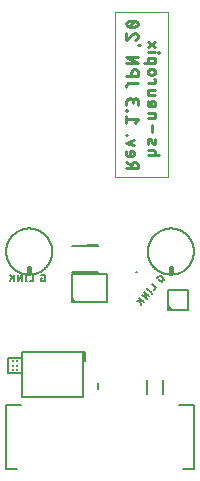
<source format=gbo>
G75*
%MOIN*%
%OFA0B0*%
%FSLAX25Y25*%
%IPPOS*%
%LPD*%
%AMOC8*
5,1,8,0,0,1.08239X$1,22.5*
%
%ADD10C,0.00787*%
%ADD11C,0.01575*%
%ADD12C,0.00600*%
%ADD13C,0.00900*%
%ADD14C,0.00394*%
%ADD15C,0.00500*%
%ADD16C,0.01197*%
D10*
X0166691Y0119457D02*
X0166693Y0119646D01*
X0166700Y0119834D01*
X0166712Y0120022D01*
X0166728Y0120210D01*
X0166749Y0120398D01*
X0166774Y0120585D01*
X0166804Y0120771D01*
X0166839Y0120957D01*
X0166878Y0121141D01*
X0166921Y0121325D01*
X0166969Y0121507D01*
X0167022Y0121688D01*
X0167079Y0121868D01*
X0167140Y0122047D01*
X0167206Y0122224D01*
X0167276Y0122399D01*
X0167350Y0122572D01*
X0167429Y0122744D01*
X0167512Y0122913D01*
X0167599Y0123081D01*
X0167690Y0123246D01*
X0167785Y0123409D01*
X0167884Y0123570D01*
X0167986Y0123728D01*
X0168093Y0123883D01*
X0168204Y0124036D01*
X0168318Y0124186D01*
X0168436Y0124334D01*
X0168557Y0124478D01*
X0168682Y0124619D01*
X0168811Y0124757D01*
X0168942Y0124893D01*
X0169078Y0125024D01*
X0169216Y0125153D01*
X0169357Y0125278D01*
X0169501Y0125399D01*
X0169649Y0125517D01*
X0169799Y0125631D01*
X0169952Y0125742D01*
X0170107Y0125849D01*
X0170265Y0125951D01*
X0170426Y0126050D01*
X0170589Y0126145D01*
X0170754Y0126236D01*
X0170922Y0126323D01*
X0171091Y0126406D01*
X0171263Y0126485D01*
X0171436Y0126559D01*
X0171611Y0126629D01*
X0171788Y0126695D01*
X0171967Y0126756D01*
X0172147Y0126813D01*
X0172328Y0126866D01*
X0172510Y0126914D01*
X0172694Y0126957D01*
X0172878Y0126996D01*
X0173064Y0127031D01*
X0173250Y0127061D01*
X0173437Y0127086D01*
X0173625Y0127107D01*
X0173813Y0127123D01*
X0174001Y0127135D01*
X0174189Y0127142D01*
X0174378Y0127144D01*
X0174567Y0127142D01*
X0174755Y0127135D01*
X0174943Y0127123D01*
X0175131Y0127107D01*
X0175319Y0127086D01*
X0175506Y0127061D01*
X0175692Y0127031D01*
X0175878Y0126996D01*
X0176062Y0126957D01*
X0176246Y0126914D01*
X0176428Y0126866D01*
X0176609Y0126813D01*
X0176789Y0126756D01*
X0176968Y0126695D01*
X0177145Y0126629D01*
X0177320Y0126559D01*
X0177493Y0126485D01*
X0177665Y0126406D01*
X0177834Y0126323D01*
X0178002Y0126236D01*
X0178167Y0126145D01*
X0178330Y0126050D01*
X0178491Y0125951D01*
X0178649Y0125849D01*
X0178804Y0125742D01*
X0178957Y0125631D01*
X0179107Y0125517D01*
X0179255Y0125399D01*
X0179399Y0125278D01*
X0179540Y0125153D01*
X0179678Y0125024D01*
X0179814Y0124893D01*
X0179945Y0124757D01*
X0180074Y0124619D01*
X0180199Y0124478D01*
X0180320Y0124334D01*
X0180438Y0124186D01*
X0180552Y0124036D01*
X0180663Y0123883D01*
X0180770Y0123728D01*
X0180872Y0123570D01*
X0180971Y0123409D01*
X0181066Y0123246D01*
X0181157Y0123081D01*
X0181244Y0122913D01*
X0181327Y0122744D01*
X0181406Y0122572D01*
X0181480Y0122399D01*
X0181550Y0122224D01*
X0181616Y0122047D01*
X0181677Y0121868D01*
X0181734Y0121688D01*
X0181787Y0121507D01*
X0181835Y0121325D01*
X0181878Y0121141D01*
X0181917Y0120957D01*
X0181952Y0120771D01*
X0181982Y0120585D01*
X0182007Y0120398D01*
X0182028Y0120210D01*
X0182044Y0120022D01*
X0182056Y0119834D01*
X0182063Y0119646D01*
X0182065Y0119457D01*
X0182063Y0119268D01*
X0182056Y0119080D01*
X0182044Y0118892D01*
X0182028Y0118704D01*
X0182007Y0118516D01*
X0181982Y0118329D01*
X0181952Y0118143D01*
X0181917Y0117957D01*
X0181878Y0117773D01*
X0181835Y0117589D01*
X0181787Y0117407D01*
X0181734Y0117226D01*
X0181677Y0117046D01*
X0181616Y0116867D01*
X0181550Y0116690D01*
X0181480Y0116515D01*
X0181406Y0116342D01*
X0181327Y0116170D01*
X0181244Y0116001D01*
X0181157Y0115833D01*
X0181066Y0115668D01*
X0180971Y0115505D01*
X0180872Y0115344D01*
X0180770Y0115186D01*
X0180663Y0115031D01*
X0180552Y0114878D01*
X0180438Y0114728D01*
X0180320Y0114580D01*
X0180199Y0114436D01*
X0180074Y0114295D01*
X0179945Y0114157D01*
X0179814Y0114021D01*
X0179678Y0113890D01*
X0179540Y0113761D01*
X0179399Y0113636D01*
X0179255Y0113515D01*
X0179107Y0113397D01*
X0178957Y0113283D01*
X0178804Y0113172D01*
X0178649Y0113065D01*
X0178491Y0112963D01*
X0178330Y0112864D01*
X0178167Y0112769D01*
X0178002Y0112678D01*
X0177834Y0112591D01*
X0177665Y0112508D01*
X0177493Y0112429D01*
X0177320Y0112355D01*
X0177145Y0112285D01*
X0176968Y0112219D01*
X0176789Y0112158D01*
X0176609Y0112101D01*
X0176428Y0112048D01*
X0176246Y0112000D01*
X0176062Y0111957D01*
X0175878Y0111918D01*
X0175692Y0111883D01*
X0175506Y0111853D01*
X0175319Y0111828D01*
X0175131Y0111807D01*
X0174943Y0111791D01*
X0174755Y0111779D01*
X0174567Y0111772D01*
X0174378Y0111770D01*
X0174189Y0111772D01*
X0174001Y0111779D01*
X0173813Y0111791D01*
X0173625Y0111807D01*
X0173437Y0111828D01*
X0173250Y0111853D01*
X0173064Y0111883D01*
X0172878Y0111918D01*
X0172694Y0111957D01*
X0172510Y0112000D01*
X0172328Y0112048D01*
X0172147Y0112101D01*
X0171967Y0112158D01*
X0171788Y0112219D01*
X0171611Y0112285D01*
X0171436Y0112355D01*
X0171263Y0112429D01*
X0171091Y0112508D01*
X0170922Y0112591D01*
X0170754Y0112678D01*
X0170589Y0112769D01*
X0170426Y0112864D01*
X0170265Y0112963D01*
X0170107Y0113065D01*
X0169952Y0113172D01*
X0169799Y0113283D01*
X0169649Y0113397D01*
X0169501Y0113515D01*
X0169357Y0113636D01*
X0169216Y0113761D01*
X0169078Y0113890D01*
X0168942Y0114021D01*
X0168811Y0114157D01*
X0168682Y0114295D01*
X0168557Y0114436D01*
X0168436Y0114580D01*
X0168318Y0114728D01*
X0168204Y0114878D01*
X0168093Y0115031D01*
X0167986Y0115186D01*
X0167884Y0115344D01*
X0167785Y0115505D01*
X0167690Y0115668D01*
X0167599Y0115833D01*
X0167512Y0116001D01*
X0167429Y0116170D01*
X0167350Y0116342D01*
X0167276Y0116515D01*
X0167206Y0116690D01*
X0167140Y0116867D01*
X0167079Y0117046D01*
X0167022Y0117226D01*
X0166969Y0117407D01*
X0166921Y0117589D01*
X0166878Y0117773D01*
X0166839Y0117957D01*
X0166804Y0118143D01*
X0166774Y0118329D01*
X0166749Y0118516D01*
X0166728Y0118704D01*
X0166712Y0118892D01*
X0166700Y0119080D01*
X0166693Y0119268D01*
X0166691Y0119457D01*
X0213935Y0119457D02*
X0213937Y0119646D01*
X0213944Y0119834D01*
X0213956Y0120022D01*
X0213972Y0120210D01*
X0213993Y0120398D01*
X0214018Y0120585D01*
X0214048Y0120771D01*
X0214083Y0120957D01*
X0214122Y0121141D01*
X0214165Y0121325D01*
X0214213Y0121507D01*
X0214266Y0121688D01*
X0214323Y0121868D01*
X0214384Y0122047D01*
X0214450Y0122224D01*
X0214520Y0122399D01*
X0214594Y0122572D01*
X0214673Y0122744D01*
X0214756Y0122913D01*
X0214843Y0123081D01*
X0214934Y0123246D01*
X0215029Y0123409D01*
X0215128Y0123570D01*
X0215230Y0123728D01*
X0215337Y0123883D01*
X0215448Y0124036D01*
X0215562Y0124186D01*
X0215680Y0124334D01*
X0215801Y0124478D01*
X0215926Y0124619D01*
X0216055Y0124757D01*
X0216186Y0124893D01*
X0216322Y0125024D01*
X0216460Y0125153D01*
X0216601Y0125278D01*
X0216745Y0125399D01*
X0216893Y0125517D01*
X0217043Y0125631D01*
X0217196Y0125742D01*
X0217351Y0125849D01*
X0217509Y0125951D01*
X0217670Y0126050D01*
X0217833Y0126145D01*
X0217998Y0126236D01*
X0218166Y0126323D01*
X0218335Y0126406D01*
X0218507Y0126485D01*
X0218680Y0126559D01*
X0218855Y0126629D01*
X0219032Y0126695D01*
X0219211Y0126756D01*
X0219391Y0126813D01*
X0219572Y0126866D01*
X0219754Y0126914D01*
X0219938Y0126957D01*
X0220122Y0126996D01*
X0220308Y0127031D01*
X0220494Y0127061D01*
X0220681Y0127086D01*
X0220869Y0127107D01*
X0221057Y0127123D01*
X0221245Y0127135D01*
X0221433Y0127142D01*
X0221622Y0127144D01*
X0221811Y0127142D01*
X0221999Y0127135D01*
X0222187Y0127123D01*
X0222375Y0127107D01*
X0222563Y0127086D01*
X0222750Y0127061D01*
X0222936Y0127031D01*
X0223122Y0126996D01*
X0223306Y0126957D01*
X0223490Y0126914D01*
X0223672Y0126866D01*
X0223853Y0126813D01*
X0224033Y0126756D01*
X0224212Y0126695D01*
X0224389Y0126629D01*
X0224564Y0126559D01*
X0224737Y0126485D01*
X0224909Y0126406D01*
X0225078Y0126323D01*
X0225246Y0126236D01*
X0225411Y0126145D01*
X0225574Y0126050D01*
X0225735Y0125951D01*
X0225893Y0125849D01*
X0226048Y0125742D01*
X0226201Y0125631D01*
X0226351Y0125517D01*
X0226499Y0125399D01*
X0226643Y0125278D01*
X0226784Y0125153D01*
X0226922Y0125024D01*
X0227058Y0124893D01*
X0227189Y0124757D01*
X0227318Y0124619D01*
X0227443Y0124478D01*
X0227564Y0124334D01*
X0227682Y0124186D01*
X0227796Y0124036D01*
X0227907Y0123883D01*
X0228014Y0123728D01*
X0228116Y0123570D01*
X0228215Y0123409D01*
X0228310Y0123246D01*
X0228401Y0123081D01*
X0228488Y0122913D01*
X0228571Y0122744D01*
X0228650Y0122572D01*
X0228724Y0122399D01*
X0228794Y0122224D01*
X0228860Y0122047D01*
X0228921Y0121868D01*
X0228978Y0121688D01*
X0229031Y0121507D01*
X0229079Y0121325D01*
X0229122Y0121141D01*
X0229161Y0120957D01*
X0229196Y0120771D01*
X0229226Y0120585D01*
X0229251Y0120398D01*
X0229272Y0120210D01*
X0229288Y0120022D01*
X0229300Y0119834D01*
X0229307Y0119646D01*
X0229309Y0119457D01*
X0229307Y0119268D01*
X0229300Y0119080D01*
X0229288Y0118892D01*
X0229272Y0118704D01*
X0229251Y0118516D01*
X0229226Y0118329D01*
X0229196Y0118143D01*
X0229161Y0117957D01*
X0229122Y0117773D01*
X0229079Y0117589D01*
X0229031Y0117407D01*
X0228978Y0117226D01*
X0228921Y0117046D01*
X0228860Y0116867D01*
X0228794Y0116690D01*
X0228724Y0116515D01*
X0228650Y0116342D01*
X0228571Y0116170D01*
X0228488Y0116001D01*
X0228401Y0115833D01*
X0228310Y0115668D01*
X0228215Y0115505D01*
X0228116Y0115344D01*
X0228014Y0115186D01*
X0227907Y0115031D01*
X0227796Y0114878D01*
X0227682Y0114728D01*
X0227564Y0114580D01*
X0227443Y0114436D01*
X0227318Y0114295D01*
X0227189Y0114157D01*
X0227058Y0114021D01*
X0226922Y0113890D01*
X0226784Y0113761D01*
X0226643Y0113636D01*
X0226499Y0113515D01*
X0226351Y0113397D01*
X0226201Y0113283D01*
X0226048Y0113172D01*
X0225893Y0113065D01*
X0225735Y0112963D01*
X0225574Y0112864D01*
X0225411Y0112769D01*
X0225246Y0112678D01*
X0225078Y0112591D01*
X0224909Y0112508D01*
X0224737Y0112429D01*
X0224564Y0112355D01*
X0224389Y0112285D01*
X0224212Y0112219D01*
X0224033Y0112158D01*
X0223853Y0112101D01*
X0223672Y0112048D01*
X0223490Y0112000D01*
X0223306Y0111957D01*
X0223122Y0111918D01*
X0222936Y0111883D01*
X0222750Y0111853D01*
X0222563Y0111828D01*
X0222375Y0111807D01*
X0222187Y0111791D01*
X0221999Y0111779D01*
X0221811Y0111772D01*
X0221622Y0111770D01*
X0221433Y0111772D01*
X0221245Y0111779D01*
X0221057Y0111791D01*
X0220869Y0111807D01*
X0220681Y0111828D01*
X0220494Y0111853D01*
X0220308Y0111883D01*
X0220122Y0111918D01*
X0219938Y0111957D01*
X0219754Y0112000D01*
X0219572Y0112048D01*
X0219391Y0112101D01*
X0219211Y0112158D01*
X0219032Y0112219D01*
X0218855Y0112285D01*
X0218680Y0112355D01*
X0218507Y0112429D01*
X0218335Y0112508D01*
X0218166Y0112591D01*
X0217998Y0112678D01*
X0217833Y0112769D01*
X0217670Y0112864D01*
X0217509Y0112963D01*
X0217351Y0113065D01*
X0217196Y0113172D01*
X0217043Y0113283D01*
X0216893Y0113397D01*
X0216745Y0113515D01*
X0216601Y0113636D01*
X0216460Y0113761D01*
X0216322Y0113890D01*
X0216186Y0114021D01*
X0216055Y0114157D01*
X0215926Y0114295D01*
X0215801Y0114436D01*
X0215680Y0114580D01*
X0215562Y0114728D01*
X0215448Y0114878D01*
X0215337Y0115031D01*
X0215230Y0115186D01*
X0215128Y0115344D01*
X0215029Y0115505D01*
X0214934Y0115668D01*
X0214843Y0115833D01*
X0214756Y0116001D01*
X0214673Y0116170D01*
X0214594Y0116342D01*
X0214520Y0116515D01*
X0214450Y0116690D01*
X0214384Y0116867D01*
X0214323Y0117046D01*
X0214266Y0117226D01*
X0214213Y0117407D01*
X0214165Y0117589D01*
X0214122Y0117773D01*
X0214083Y0117957D01*
X0214048Y0118143D01*
X0214018Y0118329D01*
X0213993Y0118516D01*
X0213972Y0118704D01*
X0213956Y0118892D01*
X0213944Y0119080D01*
X0213937Y0119268D01*
X0213935Y0119457D01*
D11*
X0221622Y0113945D02*
X0221622Y0112370D01*
X0174378Y0112370D02*
X0174378Y0113945D01*
D12*
X0173727Y0111677D02*
X0173248Y0111677D01*
X0173487Y0111677D02*
X0173487Y0109521D01*
X0173248Y0109521D02*
X0173727Y0109521D01*
X0174690Y0109521D02*
X0175648Y0109521D01*
X0175648Y0111677D01*
X0178428Y0111677D02*
X0179146Y0111677D01*
X0179188Y0111675D01*
X0179229Y0111670D01*
X0179270Y0111661D01*
X0179310Y0111648D01*
X0179348Y0111632D01*
X0179386Y0111613D01*
X0179421Y0111590D01*
X0179454Y0111565D01*
X0179485Y0111537D01*
X0179513Y0111506D01*
X0179538Y0111473D01*
X0179561Y0111438D01*
X0179580Y0111400D01*
X0179596Y0111362D01*
X0179609Y0111322D01*
X0179618Y0111281D01*
X0179623Y0111240D01*
X0179625Y0111198D01*
X0179626Y0111198D02*
X0179626Y0110000D01*
X0179625Y0110000D02*
X0179623Y0109958D01*
X0179618Y0109917D01*
X0179609Y0109876D01*
X0179596Y0109836D01*
X0179580Y0109798D01*
X0179561Y0109761D01*
X0179538Y0109725D01*
X0179513Y0109692D01*
X0179485Y0109661D01*
X0179454Y0109633D01*
X0179421Y0109608D01*
X0179386Y0109585D01*
X0179348Y0109566D01*
X0179310Y0109550D01*
X0179270Y0109537D01*
X0179229Y0109528D01*
X0179188Y0109523D01*
X0179146Y0109521D01*
X0178428Y0109521D01*
X0178428Y0110719D01*
X0178787Y0110719D01*
X0172019Y0111677D02*
X0170822Y0109521D01*
X0170822Y0111677D01*
X0172019Y0111677D02*
X0172019Y0109521D01*
X0169305Y0109521D02*
X0169305Y0111677D01*
X0168826Y0110838D02*
X0168108Y0109521D01*
X0169305Y0110359D02*
X0168108Y0111677D01*
X0210169Y0103008D02*
X0211950Y0103023D01*
X0211273Y0102985D02*
X0211777Y0101571D01*
X0212575Y0102464D02*
X0210968Y0103901D01*
X0211978Y0105032D02*
X0213585Y0103595D01*
X0212777Y0105924D01*
X0214384Y0104487D01*
X0215203Y0105403D02*
X0215522Y0105760D01*
X0215362Y0105582D02*
X0213755Y0107019D01*
X0213915Y0107197D02*
X0213595Y0106840D01*
X0215195Y0108630D02*
X0216802Y0107193D01*
X0216164Y0106478D01*
X0218655Y0109265D02*
X0217762Y0110063D01*
X0218002Y0110331D01*
X0218203Y0111275D02*
X0218171Y0111302D01*
X0218136Y0111325D01*
X0218100Y0111346D01*
X0218062Y0111363D01*
X0218022Y0111377D01*
X0217982Y0111387D01*
X0217941Y0111394D01*
X0217899Y0111397D01*
X0217857Y0111396D01*
X0217816Y0111392D01*
X0217775Y0111384D01*
X0217734Y0111373D01*
X0217695Y0111358D01*
X0217658Y0111340D01*
X0217622Y0111319D01*
X0217588Y0111294D01*
X0217556Y0111267D01*
X0217527Y0111237D01*
X0217527Y0111238D02*
X0217048Y0110702D01*
X0218204Y0111275D02*
X0219096Y0110477D01*
X0219126Y0110448D01*
X0219153Y0110416D01*
X0219178Y0110382D01*
X0219199Y0110346D01*
X0219217Y0110309D01*
X0219232Y0110270D01*
X0219243Y0110229D01*
X0219251Y0110188D01*
X0219255Y0110147D01*
X0219256Y0110105D01*
X0219253Y0110063D01*
X0219246Y0110022D01*
X0219236Y0109982D01*
X0219222Y0109942D01*
X0219205Y0109904D01*
X0219184Y0109868D01*
X0219161Y0109833D01*
X0219134Y0109801D01*
X0218655Y0109265D01*
D13*
X0210621Y0147142D02*
X0206797Y0147142D01*
X0208497Y0147142D02*
X0208497Y0148205D01*
X0208497Y0148417D02*
X0206797Y0149267D01*
X0207434Y0151277D02*
X0208497Y0151277D01*
X0208072Y0151277D02*
X0208072Y0152977D01*
X0208497Y0152977D01*
X0208554Y0152975D01*
X0208610Y0152969D01*
X0208666Y0152960D01*
X0208722Y0152947D01*
X0208776Y0152930D01*
X0208829Y0152910D01*
X0208880Y0152886D01*
X0208930Y0152858D01*
X0208978Y0152828D01*
X0209024Y0152794D01*
X0209067Y0152757D01*
X0209108Y0152718D01*
X0209146Y0152676D01*
X0209181Y0152631D01*
X0209213Y0152584D01*
X0209242Y0152535D01*
X0209268Y0152485D01*
X0209290Y0152432D01*
X0209309Y0152379D01*
X0209324Y0152324D01*
X0209335Y0152268D01*
X0209343Y0152212D01*
X0209347Y0152155D01*
X0209347Y0152099D01*
X0209343Y0152042D01*
X0209335Y0151986D01*
X0209324Y0151930D01*
X0209309Y0151875D01*
X0209290Y0151822D01*
X0209268Y0151769D01*
X0209242Y0151719D01*
X0209213Y0151670D01*
X0209181Y0151623D01*
X0209146Y0151578D01*
X0209108Y0151536D01*
X0209067Y0151497D01*
X0209024Y0151460D01*
X0208978Y0151426D01*
X0208930Y0151396D01*
X0208880Y0151368D01*
X0208829Y0151344D01*
X0208776Y0151324D01*
X0208722Y0151307D01*
X0208666Y0151294D01*
X0208610Y0151285D01*
X0208554Y0151279D01*
X0208497Y0151277D01*
X0207434Y0151277D02*
X0207386Y0151279D01*
X0207339Y0151284D01*
X0207292Y0151293D01*
X0207246Y0151305D01*
X0207201Y0151321D01*
X0207158Y0151340D01*
X0207116Y0151362D01*
X0207075Y0151388D01*
X0207037Y0151416D01*
X0207001Y0151447D01*
X0206967Y0151481D01*
X0206936Y0151517D01*
X0206908Y0151555D01*
X0206882Y0151596D01*
X0206860Y0151638D01*
X0206841Y0151681D01*
X0206825Y0151726D01*
X0206813Y0151772D01*
X0206804Y0151819D01*
X0206799Y0151866D01*
X0206797Y0151914D01*
X0206797Y0152977D01*
X0206797Y0155670D02*
X0209346Y0156520D01*
X0209346Y0154820D02*
X0206797Y0155670D01*
X0206797Y0158115D02*
X0206797Y0158328D01*
X0207009Y0158328D01*
X0207009Y0158115D01*
X0206797Y0158115D01*
X0206797Y0162403D02*
X0206797Y0164528D01*
X0206797Y0163465D02*
X0210621Y0163465D01*
X0209771Y0162403D01*
X0207009Y0166336D02*
X0207009Y0166548D01*
X0206797Y0166548D01*
X0206797Y0166336D01*
X0207009Y0166336D01*
X0206797Y0168356D02*
X0206797Y0169418D01*
X0206799Y0169482D01*
X0206805Y0169546D01*
X0206814Y0169609D01*
X0206828Y0169672D01*
X0206845Y0169734D01*
X0206866Y0169795D01*
X0206891Y0169854D01*
X0206919Y0169912D01*
X0206950Y0169967D01*
X0206985Y0170021D01*
X0207023Y0170073D01*
X0207064Y0170122D01*
X0207108Y0170169D01*
X0207155Y0170213D01*
X0207204Y0170254D01*
X0207256Y0170292D01*
X0207310Y0170327D01*
X0207365Y0170358D01*
X0207423Y0170386D01*
X0207482Y0170411D01*
X0207543Y0170432D01*
X0207605Y0170449D01*
X0207668Y0170463D01*
X0207731Y0170472D01*
X0207795Y0170478D01*
X0207859Y0170480D01*
X0207923Y0170478D01*
X0207987Y0170472D01*
X0208050Y0170463D01*
X0208113Y0170449D01*
X0208175Y0170432D01*
X0208236Y0170411D01*
X0208295Y0170386D01*
X0208353Y0170358D01*
X0208408Y0170327D01*
X0208462Y0170292D01*
X0208514Y0170254D01*
X0208563Y0170213D01*
X0208610Y0170169D01*
X0208654Y0170122D01*
X0208695Y0170073D01*
X0208733Y0170021D01*
X0208768Y0169967D01*
X0208799Y0169912D01*
X0208827Y0169854D01*
X0208852Y0169795D01*
X0208873Y0169734D01*
X0208890Y0169672D01*
X0208904Y0169609D01*
X0208913Y0169546D01*
X0208919Y0169482D01*
X0208921Y0169418D01*
X0208922Y0169631D02*
X0208922Y0168781D01*
X0208921Y0169631D02*
X0208923Y0169688D01*
X0208929Y0169744D01*
X0208938Y0169800D01*
X0208951Y0169856D01*
X0208968Y0169910D01*
X0208988Y0169963D01*
X0209012Y0170014D01*
X0209040Y0170064D01*
X0209070Y0170112D01*
X0209104Y0170158D01*
X0209141Y0170201D01*
X0209180Y0170242D01*
X0209222Y0170280D01*
X0209267Y0170315D01*
X0209314Y0170347D01*
X0209363Y0170376D01*
X0209413Y0170402D01*
X0209466Y0170424D01*
X0209519Y0170443D01*
X0209574Y0170458D01*
X0209630Y0170469D01*
X0209686Y0170477D01*
X0209743Y0170481D01*
X0209799Y0170481D01*
X0209856Y0170477D01*
X0209912Y0170469D01*
X0209968Y0170458D01*
X0210023Y0170443D01*
X0210076Y0170424D01*
X0210129Y0170402D01*
X0210179Y0170376D01*
X0210228Y0170347D01*
X0210275Y0170315D01*
X0210320Y0170280D01*
X0210362Y0170242D01*
X0210401Y0170201D01*
X0210438Y0170158D01*
X0210472Y0170112D01*
X0210502Y0170064D01*
X0210530Y0170014D01*
X0210554Y0169963D01*
X0210574Y0169910D01*
X0210591Y0169856D01*
X0210604Y0169800D01*
X0210613Y0169744D01*
X0210619Y0169688D01*
X0210621Y0169631D01*
X0210621Y0168356D01*
X0213883Y0168449D02*
X0213883Y0169512D01*
X0213884Y0168449D02*
X0213886Y0168401D01*
X0213891Y0168354D01*
X0213900Y0168307D01*
X0213912Y0168261D01*
X0213928Y0168216D01*
X0213947Y0168173D01*
X0213969Y0168131D01*
X0213995Y0168090D01*
X0214023Y0168052D01*
X0214054Y0168016D01*
X0214088Y0167982D01*
X0214124Y0167951D01*
X0214162Y0167923D01*
X0214203Y0167897D01*
X0214245Y0167875D01*
X0214288Y0167856D01*
X0214333Y0167840D01*
X0214379Y0167828D01*
X0214426Y0167819D01*
X0214473Y0167814D01*
X0214521Y0167812D01*
X0215583Y0167812D01*
X0215158Y0167812D02*
X0215158Y0169512D01*
X0215583Y0169512D01*
X0215640Y0169510D01*
X0215696Y0169504D01*
X0215752Y0169495D01*
X0215808Y0169482D01*
X0215862Y0169465D01*
X0215915Y0169445D01*
X0215966Y0169421D01*
X0216016Y0169393D01*
X0216064Y0169363D01*
X0216110Y0169329D01*
X0216153Y0169292D01*
X0216194Y0169253D01*
X0216232Y0169211D01*
X0216267Y0169166D01*
X0216299Y0169119D01*
X0216328Y0169070D01*
X0216354Y0169020D01*
X0216376Y0168967D01*
X0216395Y0168914D01*
X0216410Y0168859D01*
X0216421Y0168803D01*
X0216429Y0168747D01*
X0216433Y0168690D01*
X0216433Y0168634D01*
X0216429Y0168577D01*
X0216421Y0168521D01*
X0216410Y0168465D01*
X0216395Y0168410D01*
X0216376Y0168357D01*
X0216354Y0168304D01*
X0216328Y0168254D01*
X0216299Y0168205D01*
X0216267Y0168158D01*
X0216232Y0168113D01*
X0216194Y0168071D01*
X0216153Y0168032D01*
X0216110Y0167995D01*
X0216064Y0167961D01*
X0216016Y0167931D01*
X0215966Y0167903D01*
X0215915Y0167879D01*
X0215862Y0167859D01*
X0215808Y0167842D01*
X0215752Y0167829D01*
X0215696Y0167820D01*
X0215640Y0167814D01*
X0215583Y0167812D01*
X0215796Y0165685D02*
X0213883Y0165685D01*
X0213883Y0163985D02*
X0216433Y0163985D01*
X0216433Y0165048D01*
X0216431Y0165096D01*
X0216426Y0165143D01*
X0216417Y0165190D01*
X0216405Y0165236D01*
X0216389Y0165281D01*
X0216370Y0165324D01*
X0216348Y0165367D01*
X0216322Y0165407D01*
X0216294Y0165445D01*
X0216263Y0165481D01*
X0216229Y0165515D01*
X0216193Y0165546D01*
X0216155Y0165574D01*
X0216115Y0165600D01*
X0216072Y0165622D01*
X0216029Y0165641D01*
X0215984Y0165657D01*
X0215938Y0165669D01*
X0215891Y0165678D01*
X0215844Y0165683D01*
X0215796Y0165685D01*
X0215371Y0161716D02*
X0215371Y0159167D01*
X0214946Y0156721D02*
X0215371Y0155658D01*
X0215370Y0155658D02*
X0215389Y0155616D01*
X0215412Y0155576D01*
X0215438Y0155537D01*
X0215467Y0155501D01*
X0215499Y0155467D01*
X0215533Y0155437D01*
X0215570Y0155409D01*
X0215609Y0155384D01*
X0215651Y0155363D01*
X0215693Y0155345D01*
X0215738Y0155331D01*
X0215783Y0155321D01*
X0215829Y0155315D01*
X0215875Y0155312D01*
X0215921Y0155313D01*
X0215967Y0155319D01*
X0216013Y0155328D01*
X0216057Y0155341D01*
X0216100Y0155357D01*
X0216142Y0155377D01*
X0216182Y0155401D01*
X0216220Y0155428D01*
X0216255Y0155458D01*
X0216288Y0155490D01*
X0216318Y0155526D01*
X0216345Y0155564D01*
X0216368Y0155604D01*
X0216388Y0155645D01*
X0216405Y0155689D01*
X0216417Y0155733D01*
X0216426Y0155779D01*
X0216432Y0155825D01*
X0216433Y0155871D01*
X0214096Y0155340D02*
X0214057Y0155453D01*
X0214023Y0155567D01*
X0213992Y0155682D01*
X0213964Y0155798D01*
X0213941Y0155915D01*
X0213922Y0156033D01*
X0213906Y0156152D01*
X0213895Y0156270D01*
X0213887Y0156389D01*
X0213883Y0156509D01*
X0213883Y0156508D02*
X0213884Y0156554D01*
X0213890Y0156600D01*
X0213899Y0156646D01*
X0213911Y0156690D01*
X0213928Y0156734D01*
X0213948Y0156775D01*
X0213971Y0156815D01*
X0213998Y0156853D01*
X0214028Y0156889D01*
X0214061Y0156921D01*
X0214096Y0156951D01*
X0214134Y0156978D01*
X0214174Y0157002D01*
X0214216Y0157022D01*
X0214259Y0157038D01*
X0214303Y0157051D01*
X0214349Y0157060D01*
X0214395Y0157066D01*
X0214441Y0157067D01*
X0214487Y0157064D01*
X0214533Y0157058D01*
X0214578Y0157048D01*
X0214623Y0157034D01*
X0214665Y0157016D01*
X0214707Y0156995D01*
X0214746Y0156970D01*
X0214783Y0156942D01*
X0214817Y0156912D01*
X0214849Y0156878D01*
X0214878Y0156842D01*
X0214904Y0156803D01*
X0214927Y0156763D01*
X0214946Y0156721D01*
X0216221Y0156827D02*
X0216257Y0156744D01*
X0216289Y0156661D01*
X0216318Y0156576D01*
X0216344Y0156490D01*
X0216366Y0156403D01*
X0216386Y0156316D01*
X0216402Y0156227D01*
X0216415Y0156139D01*
X0216425Y0156050D01*
X0216431Y0155960D01*
X0216434Y0155870D01*
X0215796Y0153212D02*
X0213883Y0153212D01*
X0213883Y0151513D02*
X0217708Y0151513D01*
X0216433Y0151513D02*
X0216433Y0152575D01*
X0216431Y0152623D01*
X0216426Y0152670D01*
X0216417Y0152717D01*
X0216405Y0152763D01*
X0216389Y0152808D01*
X0216370Y0152851D01*
X0216348Y0152894D01*
X0216322Y0152934D01*
X0216294Y0152972D01*
X0216263Y0153008D01*
X0216229Y0153042D01*
X0216193Y0153073D01*
X0216155Y0153101D01*
X0216115Y0153127D01*
X0216072Y0153149D01*
X0216029Y0153168D01*
X0215984Y0153184D01*
X0215938Y0153196D01*
X0215891Y0153205D01*
X0215844Y0153210D01*
X0215796Y0153212D01*
X0210621Y0148205D02*
X0210621Y0147142D01*
X0210621Y0148205D02*
X0210619Y0148269D01*
X0210613Y0148333D01*
X0210604Y0148396D01*
X0210590Y0148459D01*
X0210573Y0148521D01*
X0210552Y0148582D01*
X0210527Y0148641D01*
X0210499Y0148699D01*
X0210468Y0148754D01*
X0210433Y0148808D01*
X0210395Y0148860D01*
X0210354Y0148909D01*
X0210310Y0148956D01*
X0210263Y0149000D01*
X0210214Y0149041D01*
X0210162Y0149079D01*
X0210108Y0149114D01*
X0210053Y0149145D01*
X0209995Y0149173D01*
X0209936Y0149198D01*
X0209875Y0149219D01*
X0209813Y0149236D01*
X0209750Y0149250D01*
X0209687Y0149259D01*
X0209623Y0149265D01*
X0209559Y0149267D01*
X0209495Y0149265D01*
X0209431Y0149259D01*
X0209368Y0149250D01*
X0209305Y0149236D01*
X0209243Y0149219D01*
X0209182Y0149198D01*
X0209123Y0149173D01*
X0209065Y0149145D01*
X0209010Y0149114D01*
X0208956Y0149079D01*
X0208904Y0149041D01*
X0208855Y0149000D01*
X0208808Y0148956D01*
X0208764Y0148909D01*
X0208723Y0148860D01*
X0208685Y0148808D01*
X0208650Y0148754D01*
X0208619Y0148699D01*
X0208591Y0148641D01*
X0208566Y0148582D01*
X0208545Y0148521D01*
X0208528Y0148459D01*
X0208514Y0148396D01*
X0208505Y0148333D01*
X0208499Y0148269D01*
X0208497Y0148205D01*
X0214521Y0171639D02*
X0216433Y0171639D01*
X0216433Y0173338D02*
X0213883Y0173338D01*
X0213883Y0172276D01*
X0213884Y0172276D02*
X0213886Y0172228D01*
X0213891Y0172181D01*
X0213900Y0172134D01*
X0213912Y0172088D01*
X0213928Y0172043D01*
X0213947Y0172000D01*
X0213969Y0171958D01*
X0213995Y0171917D01*
X0214023Y0171879D01*
X0214054Y0171843D01*
X0214088Y0171809D01*
X0214124Y0171778D01*
X0214162Y0171750D01*
X0214203Y0171724D01*
X0214245Y0171702D01*
X0214288Y0171683D01*
X0214333Y0171667D01*
X0214379Y0171655D01*
X0214426Y0171646D01*
X0214473Y0171641D01*
X0214521Y0171639D01*
X0213883Y0175649D02*
X0216433Y0175649D01*
X0216433Y0176924D01*
X0216008Y0176924D01*
X0215583Y0178442D02*
X0214733Y0178442D01*
X0214676Y0178444D01*
X0214620Y0178450D01*
X0214564Y0178459D01*
X0214508Y0178472D01*
X0214454Y0178489D01*
X0214401Y0178509D01*
X0214350Y0178533D01*
X0214300Y0178561D01*
X0214252Y0178591D01*
X0214206Y0178625D01*
X0214163Y0178662D01*
X0214122Y0178701D01*
X0214084Y0178743D01*
X0214049Y0178788D01*
X0214017Y0178835D01*
X0213988Y0178884D01*
X0213962Y0178934D01*
X0213940Y0178987D01*
X0213921Y0179040D01*
X0213906Y0179095D01*
X0213895Y0179151D01*
X0213887Y0179207D01*
X0213883Y0179264D01*
X0213883Y0179320D01*
X0213887Y0179377D01*
X0213895Y0179433D01*
X0213906Y0179489D01*
X0213921Y0179544D01*
X0213940Y0179597D01*
X0213962Y0179650D01*
X0213988Y0179700D01*
X0214017Y0179749D01*
X0214049Y0179796D01*
X0214084Y0179841D01*
X0214122Y0179883D01*
X0214163Y0179922D01*
X0214206Y0179959D01*
X0214252Y0179993D01*
X0214300Y0180023D01*
X0214350Y0180051D01*
X0214401Y0180075D01*
X0214454Y0180095D01*
X0214508Y0180112D01*
X0214564Y0180125D01*
X0214620Y0180134D01*
X0214676Y0180140D01*
X0214733Y0180142D01*
X0215583Y0180142D01*
X0215640Y0180140D01*
X0215696Y0180134D01*
X0215752Y0180125D01*
X0215808Y0180112D01*
X0215862Y0180095D01*
X0215915Y0180075D01*
X0215966Y0180051D01*
X0216016Y0180023D01*
X0216064Y0179993D01*
X0216110Y0179959D01*
X0216153Y0179922D01*
X0216194Y0179883D01*
X0216232Y0179841D01*
X0216267Y0179796D01*
X0216299Y0179749D01*
X0216328Y0179700D01*
X0216354Y0179650D01*
X0216376Y0179597D01*
X0216395Y0179544D01*
X0216410Y0179489D01*
X0216421Y0179433D01*
X0216429Y0179377D01*
X0216433Y0179320D01*
X0216433Y0179264D01*
X0216429Y0179207D01*
X0216421Y0179151D01*
X0216410Y0179095D01*
X0216395Y0179040D01*
X0216376Y0178987D01*
X0216354Y0178934D01*
X0216328Y0178884D01*
X0216299Y0178835D01*
X0216267Y0178788D01*
X0216232Y0178743D01*
X0216194Y0178701D01*
X0216153Y0178662D01*
X0216110Y0178625D01*
X0216064Y0178591D01*
X0216016Y0178561D01*
X0215966Y0178533D01*
X0215915Y0178509D01*
X0215862Y0178489D01*
X0215808Y0178472D01*
X0215752Y0178459D01*
X0215696Y0178450D01*
X0215640Y0178444D01*
X0215583Y0178442D01*
X0216433Y0182306D02*
X0212609Y0182306D01*
X0213883Y0182306D02*
X0213883Y0183368D01*
X0213884Y0183368D02*
X0213886Y0183416D01*
X0213891Y0183463D01*
X0213900Y0183510D01*
X0213912Y0183556D01*
X0213928Y0183601D01*
X0213947Y0183644D01*
X0213969Y0183687D01*
X0213995Y0183727D01*
X0214023Y0183765D01*
X0214054Y0183801D01*
X0214088Y0183835D01*
X0214124Y0183866D01*
X0214162Y0183894D01*
X0214203Y0183920D01*
X0214245Y0183942D01*
X0214288Y0183961D01*
X0214333Y0183977D01*
X0214379Y0183989D01*
X0214426Y0183998D01*
X0214473Y0184003D01*
X0214521Y0184005D01*
X0215796Y0184005D01*
X0215844Y0184003D01*
X0215891Y0183998D01*
X0215938Y0183989D01*
X0215984Y0183977D01*
X0216029Y0183961D01*
X0216072Y0183942D01*
X0216115Y0183920D01*
X0216155Y0183894D01*
X0216193Y0183866D01*
X0216229Y0183835D01*
X0216263Y0183801D01*
X0216294Y0183765D01*
X0216322Y0183727D01*
X0216348Y0183687D01*
X0216370Y0183644D01*
X0216389Y0183601D01*
X0216405Y0183556D01*
X0216417Y0183510D01*
X0216426Y0183463D01*
X0216431Y0183416D01*
X0216433Y0183368D01*
X0216433Y0182306D01*
X0216433Y0185811D02*
X0213883Y0185811D01*
X0213883Y0187513D02*
X0216433Y0189212D01*
X0216433Y0187513D02*
X0213883Y0189212D01*
X0211471Y0188410D02*
X0210621Y0188410D01*
X0208921Y0191847D02*
X0208963Y0191889D01*
X0209008Y0191928D01*
X0209055Y0191965D01*
X0209104Y0191999D01*
X0209154Y0192030D01*
X0209207Y0192058D01*
X0209260Y0192083D01*
X0209316Y0192105D01*
X0209372Y0192123D01*
X0209429Y0192139D01*
X0209488Y0192151D01*
X0209546Y0192159D01*
X0209606Y0192164D01*
X0209665Y0192166D01*
X0208922Y0191847D02*
X0206797Y0190041D01*
X0206797Y0192166D01*
X0207328Y0196099D02*
X0207427Y0196146D01*
X0207529Y0196189D01*
X0207631Y0196228D01*
X0207735Y0196264D01*
X0207841Y0196296D01*
X0207947Y0196324D01*
X0208054Y0196349D01*
X0208162Y0196370D01*
X0208271Y0196387D01*
X0208380Y0196401D01*
X0208489Y0196410D01*
X0208599Y0196416D01*
X0208709Y0196418D01*
X0208709Y0194292D02*
X0208819Y0194294D01*
X0208929Y0194300D01*
X0209038Y0194309D01*
X0209147Y0194323D01*
X0209256Y0194340D01*
X0209364Y0194361D01*
X0209471Y0194386D01*
X0209577Y0194414D01*
X0209683Y0194446D01*
X0209787Y0194482D01*
X0209889Y0194521D01*
X0209991Y0194564D01*
X0210090Y0194611D01*
X0210621Y0195355D02*
X0210619Y0195409D01*
X0210614Y0195463D01*
X0210604Y0195516D01*
X0210591Y0195569D01*
X0210575Y0195621D01*
X0210555Y0195671D01*
X0210531Y0195720D01*
X0210505Y0195767D01*
X0210475Y0195812D01*
X0210442Y0195855D01*
X0210406Y0195895D01*
X0210367Y0195933D01*
X0210326Y0195969D01*
X0210283Y0196001D01*
X0210237Y0196030D01*
X0210190Y0196056D01*
X0210141Y0196079D01*
X0210090Y0196099D01*
X0209771Y0196205D02*
X0207647Y0194505D01*
X0206797Y0195355D02*
X0206799Y0195409D01*
X0206804Y0195463D01*
X0206814Y0195516D01*
X0206827Y0195569D01*
X0206843Y0195621D01*
X0206863Y0195671D01*
X0206887Y0195720D01*
X0206913Y0195767D01*
X0206943Y0195812D01*
X0206976Y0195855D01*
X0207012Y0195895D01*
X0207051Y0195933D01*
X0207092Y0195969D01*
X0207135Y0196001D01*
X0207181Y0196030D01*
X0207228Y0196056D01*
X0207277Y0196079D01*
X0207328Y0196099D01*
X0206797Y0195355D02*
X0206799Y0195301D01*
X0206804Y0195247D01*
X0206814Y0195194D01*
X0206827Y0195141D01*
X0206843Y0195089D01*
X0206863Y0195039D01*
X0206887Y0194990D01*
X0206913Y0194943D01*
X0206943Y0194898D01*
X0206976Y0194855D01*
X0207012Y0194815D01*
X0207051Y0194777D01*
X0207092Y0194741D01*
X0207135Y0194709D01*
X0207181Y0194680D01*
X0207228Y0194654D01*
X0207277Y0194631D01*
X0207328Y0194611D01*
X0208709Y0196418D02*
X0208819Y0196416D01*
X0208929Y0196410D01*
X0209038Y0196401D01*
X0209147Y0196387D01*
X0209256Y0196370D01*
X0209364Y0196349D01*
X0209471Y0196324D01*
X0209577Y0196296D01*
X0209683Y0196264D01*
X0209787Y0196228D01*
X0209889Y0196189D01*
X0209991Y0196146D01*
X0210090Y0196099D01*
X0210621Y0195355D02*
X0210619Y0195301D01*
X0210614Y0195247D01*
X0210604Y0195194D01*
X0210591Y0195141D01*
X0210575Y0195089D01*
X0210555Y0195039D01*
X0210531Y0194990D01*
X0210505Y0194943D01*
X0210475Y0194898D01*
X0210442Y0194855D01*
X0210406Y0194815D01*
X0210367Y0194777D01*
X0210326Y0194741D01*
X0210283Y0194709D01*
X0210237Y0194680D01*
X0210190Y0194654D01*
X0210140Y0194631D01*
X0210090Y0194611D01*
X0208709Y0194292D02*
X0208599Y0194294D01*
X0208489Y0194300D01*
X0208380Y0194309D01*
X0208271Y0194323D01*
X0208162Y0194340D01*
X0208054Y0194361D01*
X0207947Y0194386D01*
X0207841Y0194414D01*
X0207735Y0194446D01*
X0207631Y0194482D01*
X0207529Y0194521D01*
X0207427Y0194564D01*
X0207328Y0194611D01*
X0210621Y0191209D02*
X0210619Y0191142D01*
X0210614Y0191075D01*
X0210605Y0191008D01*
X0210592Y0190943D01*
X0210575Y0190877D01*
X0210556Y0190813D01*
X0210532Y0190750D01*
X0210505Y0190689D01*
X0210475Y0190629D01*
X0210442Y0190571D01*
X0210405Y0190514D01*
X0210366Y0190460D01*
X0210324Y0190408D01*
X0210278Y0190358D01*
X0210231Y0190311D01*
X0210180Y0190267D01*
X0210128Y0190225D01*
X0210073Y0190186D01*
X0210016Y0190151D01*
X0209957Y0190118D01*
X0209897Y0190089D01*
X0209835Y0190063D01*
X0209771Y0190041D01*
X0210621Y0191209D02*
X0210619Y0191269D01*
X0210613Y0191329D01*
X0210604Y0191388D01*
X0210591Y0191447D01*
X0210574Y0191504D01*
X0210554Y0191561D01*
X0210530Y0191616D01*
X0210503Y0191670D01*
X0210472Y0191721D01*
X0210438Y0191771D01*
X0210402Y0191818D01*
X0210362Y0191863D01*
X0210319Y0191906D01*
X0210274Y0191946D01*
X0210227Y0191982D01*
X0210177Y0192016D01*
X0210126Y0192047D01*
X0210072Y0192074D01*
X0210017Y0192098D01*
X0209960Y0192118D01*
X0209903Y0192135D01*
X0209844Y0192148D01*
X0209785Y0192157D01*
X0209725Y0192163D01*
X0209665Y0192165D01*
X0210621Y0184370D02*
X0206797Y0184370D01*
X0210621Y0182246D01*
X0206797Y0182246D01*
X0208497Y0179162D02*
X0208497Y0178100D01*
X0208497Y0179162D02*
X0208499Y0179226D01*
X0208505Y0179290D01*
X0208514Y0179353D01*
X0208528Y0179416D01*
X0208545Y0179478D01*
X0208566Y0179539D01*
X0208591Y0179598D01*
X0208619Y0179656D01*
X0208650Y0179711D01*
X0208685Y0179765D01*
X0208723Y0179817D01*
X0208764Y0179866D01*
X0208808Y0179913D01*
X0208855Y0179957D01*
X0208904Y0179998D01*
X0208956Y0180036D01*
X0209010Y0180071D01*
X0209065Y0180102D01*
X0209123Y0180130D01*
X0209182Y0180155D01*
X0209243Y0180176D01*
X0209305Y0180193D01*
X0209368Y0180207D01*
X0209431Y0180216D01*
X0209495Y0180222D01*
X0209559Y0180224D01*
X0209623Y0180222D01*
X0209687Y0180216D01*
X0209750Y0180207D01*
X0209813Y0180193D01*
X0209875Y0180176D01*
X0209936Y0180155D01*
X0209995Y0180130D01*
X0210053Y0180102D01*
X0210108Y0180071D01*
X0210162Y0180036D01*
X0210214Y0179998D01*
X0210263Y0179957D01*
X0210310Y0179913D01*
X0210354Y0179866D01*
X0210395Y0179817D01*
X0210433Y0179765D01*
X0210468Y0179711D01*
X0210499Y0179656D01*
X0210527Y0179598D01*
X0210552Y0179539D01*
X0210573Y0179478D01*
X0210590Y0179416D01*
X0210604Y0179353D01*
X0210613Y0179290D01*
X0210619Y0179226D01*
X0210621Y0179162D01*
X0210621Y0178100D01*
X0206797Y0178100D01*
X0207647Y0175612D02*
X0210621Y0175612D01*
X0207647Y0175612D02*
X0207591Y0175610D01*
X0207536Y0175605D01*
X0207481Y0175596D01*
X0207427Y0175583D01*
X0207374Y0175567D01*
X0207322Y0175547D01*
X0207271Y0175524D01*
X0207222Y0175498D01*
X0207175Y0175469D01*
X0207130Y0175436D01*
X0207087Y0175401D01*
X0207046Y0175363D01*
X0207008Y0175322D01*
X0206973Y0175279D01*
X0206940Y0175234D01*
X0206911Y0175187D01*
X0206885Y0175138D01*
X0206862Y0175087D01*
X0206842Y0175035D01*
X0206826Y0174982D01*
X0206813Y0174928D01*
X0206804Y0174873D01*
X0206799Y0174818D01*
X0206797Y0174762D01*
X0206797Y0174337D01*
X0217495Y0185705D02*
X0217495Y0185918D01*
X0217708Y0185918D01*
X0217708Y0185705D01*
X0217495Y0185705D01*
D14*
X0220717Y0199300D02*
X0203000Y0199300D01*
X0203000Y0144181D01*
X0220717Y0144181D01*
X0220717Y0199300D01*
D15*
X0170441Y0047016D02*
X0166504Y0047016D01*
X0166504Y0068276D01*
X0171622Y0068276D01*
X0172016Y0071032D02*
X0192489Y0071032D01*
X0192489Y0082843D01*
X0192882Y0082843D01*
X0192882Y0085993D01*
X0192489Y0085993D01*
X0192489Y0082843D01*
X0192489Y0085993D02*
X0172016Y0085993D01*
X0172016Y0071032D01*
X0171898Y0078827D02*
X0167489Y0078827D01*
X0167489Y0084024D01*
X0171898Y0084024D01*
X0171898Y0078827D01*
X0197292Y0075481D02*
X0197292Y0073512D01*
X0213552Y0074969D02*
X0213748Y0074969D01*
X0213748Y0076544D01*
X0213552Y0076544D01*
X0213552Y0074969D01*
X0213748Y0074969D02*
X0213748Y0071819D01*
X0218867Y0071819D02*
X0218867Y0076544D01*
X0224378Y0068276D02*
X0229496Y0068276D01*
X0229496Y0047016D01*
X0225559Y0047016D01*
X0227430Y0099870D02*
X0220540Y0099870D01*
X0220540Y0106760D01*
X0227430Y0106760D01*
X0227430Y0099870D01*
X0221937Y0099890D02*
X0220559Y0099890D01*
X0220559Y0101268D01*
X0221937Y0099890D01*
X0221522Y0100306D02*
X0220559Y0100306D01*
X0220559Y0100804D02*
X0221023Y0100804D01*
X0210205Y0112764D02*
X0210126Y0112764D01*
X0200402Y0111780D02*
X0188591Y0111780D01*
X0188591Y0105481D01*
X0188591Y0104103D01*
X0188591Y0103906D01*
X0189772Y0102725D01*
X0192528Y0102725D01*
X0200402Y0102725D01*
X0200402Y0111780D01*
X0197370Y0112646D02*
X0188709Y0112646D01*
X0188709Y0121307D02*
X0193827Y0121307D01*
X0193827Y0121701D01*
X0194615Y0121701D01*
X0194615Y0121307D01*
X0193827Y0121307D01*
X0194615Y0121307D02*
X0197370Y0121307D01*
X0197370Y0121701D01*
X0194615Y0121701D01*
X0188591Y0103906D02*
X0188591Y0103709D01*
X0188591Y0103315D01*
X0188788Y0103119D01*
X0188591Y0103315D02*
X0188591Y0102725D01*
X0189575Y0102725D01*
X0188591Y0103709D01*
X0189575Y0102725D02*
X0189772Y0102725D01*
D16*
X0170481Y0083000D03*
X0170481Y0081426D03*
X0168906Y0081426D03*
X0168906Y0083000D03*
X0168906Y0079851D03*
X0170481Y0079851D03*
M02*

</source>
